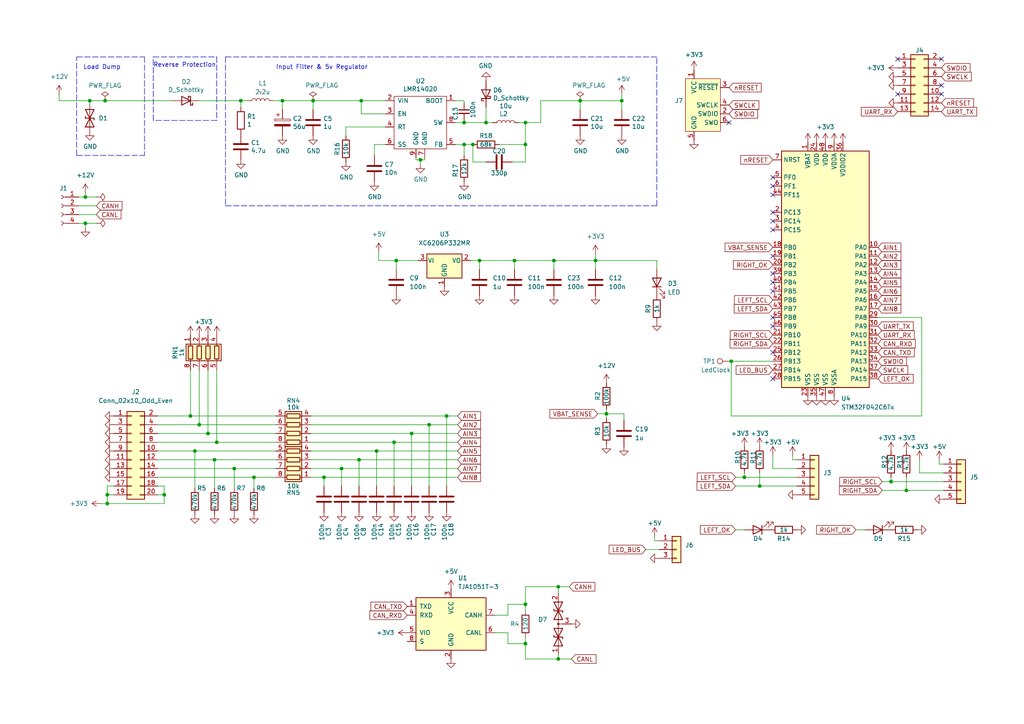
<source format=kicad_sch>
(kicad_sch (version 20211123) (generator eeschema)
  (paper "A4")
  (junction (at 90.805 29.21))
  (junction (at 109.22 130.81))
  (junction (at 160.655 75.565))
  (junction (at 124.46 123.19))
  (junction (at 24.765 57.15))
  (junction (at 258.445 139.7))
  (junction (at 99.06 135.89))
  (junction (at 180.34 29.21))
  (junction (at 31.115 143.51))
  (junction (at 212.09 104.775))
  (junction (at 161.925 170.18))
  (junction (at 55.245 120.65))
  (junction (at 149.225 75.565))
  (junction (at 119.38 125.73))
  (junction (at 114.3 128.27))
  (junction (at 93.98 138.43))
  (junction (at 60.325 125.73))
  (junction (at 152.4 35.56))
  (junction (at 26.035 29.21))
  (junction (at 168.275 29.21))
  (junction (at 69.85 29.21))
  (junction (at 67.945 135.89))
  (junction (at 104.775 29.21))
  (junction (at 57.785 123.19))
  (junction (at 134.62 41.91))
  (junction (at 104.14 133.35))
  (junction (at 129.54 120.65))
  (junction (at 81.915 29.21))
  (junction (at 134.62 35.56))
  (junction (at 62.23 133.35))
  (junction (at 152.4 175.26))
  (junction (at 175.895 120.015))
  (junction (at 220.345 140.97))
  (junction (at 62.865 128.27))
  (junction (at 31.115 146.05))
  (junction (at 139.065 75.565))
  (junction (at 152.4 41.91))
  (junction (at 152.4 186.69))
  (junction (at 114.935 75.565))
  (junction (at 172.72 75.565))
  (junction (at 30.48 29.21))
  (junction (at 215.9 138.43))
  (junction (at 56.515 130.81))
  (junction (at 121.92 46.355))
  (junction (at 47.625 143.51))
  (junction (at 161.925 191.135))
  (junction (at 73.66 138.43))
  (junction (at 24.765 64.77))
  (junction (at 262.89 142.24))
  (junction (at 140.97 35.56))
  (junction (at 137.16 41.91))
  (no_connect (at 211.455 35.56))
  (no_connect (at 260.35 17.145))
  (no_connect (at 273.05 17.145))
  (no_connect (at 260.35 27.305))
  (no_connect (at 273.05 24.765))
  (no_connect (at 273.05 27.305))
  (no_connect (at 224.155 51.435))
  (no_connect (at 224.155 66.675))
  (no_connect (at 224.155 64.135))
  (no_connect (at 224.155 61.595))
  (no_connect (at 224.155 56.515))
  (no_connect (at 224.155 53.975))
  (no_connect (at 224.155 102.235))
  (no_connect (at 224.155 94.615))
  (no_connect (at 224.155 92.075))
  (no_connect (at 224.155 81.915))
  (no_connect (at 224.155 79.375))
  (no_connect (at 224.155 74.295))
  (no_connect (at 224.155 84.455))
  (no_connect (at 224.155 109.855))
  (wire (pts (xy 175.895 118.745) (xy 175.895 120.015)))
  (polyline (pts (xy 190.5 59.69) (xy 190.5 16.51)))
  (wire (pts (xy 45.72 140.97) (xy 47.625 140.97)))
  (wire (pts (xy 215.9 137.16) (xy 215.9 138.43)))
  (wire (pts (xy 258.445 138.43) (xy 258.445 139.7)))
  (wire (pts (xy 134.62 41.91) (xy 137.16 41.91)))
  (wire (pts (xy 109.855 73.025) (xy 109.855 75.565)))
  (wire (pts (xy 67.945 135.89) (xy 80.01 135.89)))
  (wire (pts (xy 161.925 189.865) (xy 161.925 191.135)))
  (wire (pts (xy 31.115 143.51) (xy 31.115 146.05)))
  (wire (pts (xy 267.335 120.65) (xy 212.09 120.65)))
  (wire (pts (xy 33.02 143.51) (xy 31.115 143.51)))
  (wire (pts (xy 93.98 138.43) (xy 132.715 138.43)))
  (wire (pts (xy 17.145 29.21) (xy 26.035 29.21)))
  (wire (pts (xy 152.4 184.785) (xy 152.4 186.69)))
  (wire (pts (xy 180.34 29.21) (xy 180.34 31.75)))
  (polyline (pts (xy 65.405 16.51) (xy 65.405 59.69)))
  (wire (pts (xy 213.36 140.97) (xy 220.345 140.97)))
  (wire (pts (xy 152.4 186.69) (xy 147.32 186.69)))
  (wire (pts (xy 29.21 146.05) (xy 31.115 146.05)))
  (wire (pts (xy 57.785 29.21) (xy 69.85 29.21)))
  (polyline (pts (xy 44.45 34.925) (xy 44.45 16.51)))
  (wire (pts (xy 147.32 178.435) (xy 147.32 175.26)))
  (polyline (pts (xy 190.5 16.51) (xy 65.405 16.51)))
  (wire (pts (xy 119.38 125.73) (xy 119.38 140.97)))
  (wire (pts (xy 224.155 135.89) (xy 231.14 135.89)))
  (wire (pts (xy 140.97 35.56) (xy 142.875 35.56)))
  (wire (pts (xy 161.925 170.18) (xy 161.925 172.085)))
  (wire (pts (xy 81.915 29.21) (xy 90.805 29.21)))
  (wire (pts (xy 172.72 75.565) (xy 172.72 78.105)))
  (wire (pts (xy 129.54 120.65) (xy 132.715 120.65)))
  (wire (pts (xy 119.38 125.73) (xy 132.715 125.73)))
  (wire (pts (xy 90.17 130.81) (xy 109.22 130.81)))
  (wire (pts (xy 132.08 29.21) (xy 134.62 29.21)))
  (wire (pts (xy 150.495 35.56) (xy 152.4 35.56)))
  (wire (pts (xy 108.585 41.91) (xy 111.76 41.91)))
  (wire (pts (xy 47.625 146.05) (xy 47.625 143.51)))
  (wire (pts (xy 114.935 75.565) (xy 114.935 78.105)))
  (wire (pts (xy 93.98 138.43) (xy 90.17 138.43)))
  (wire (pts (xy 24.765 66.04) (xy 24.765 64.77)))
  (wire (pts (xy 175.895 120.015) (xy 175.895 121.285)))
  (wire (pts (xy 168.275 29.21) (xy 168.275 31.75)))
  (wire (pts (xy 220.345 137.16) (xy 220.345 140.97)))
  (wire (pts (xy 114.3 128.27) (xy 132.715 128.27)))
  (wire (pts (xy 189.865 156.845) (xy 191.135 156.845)))
  (wire (pts (xy 152.4 46.99) (xy 148.59 46.99)))
  (wire (pts (xy 47.625 140.97) (xy 47.625 143.51)))
  (wire (pts (xy 69.85 29.21) (xy 69.85 31.115)))
  (wire (pts (xy 152.4 41.91) (xy 152.4 46.99)))
  (wire (pts (xy 62.23 133.35) (xy 80.01 133.35)))
  (wire (pts (xy 45.72 138.43) (xy 73.66 138.43)))
  (wire (pts (xy 109.22 130.81) (xy 109.22 140.97)))
  (wire (pts (xy 73.66 138.43) (xy 80.01 138.43)))
  (wire (pts (xy 79.375 29.21) (xy 81.915 29.21)))
  (wire (pts (xy 134.62 34.925) (xy 134.62 35.56)))
  (wire (pts (xy 104.14 140.97) (xy 104.14 133.35)))
  (wire (pts (xy 267.335 92.075) (xy 267.335 120.65)))
  (wire (pts (xy 93.98 140.97) (xy 93.98 138.43)))
  (wire (pts (xy 109.22 130.81) (xy 132.715 130.81)))
  (wire (pts (xy 45.72 135.89) (xy 67.945 135.89)))
  (wire (pts (xy 262.89 142.24) (xy 273.685 142.24)))
  (wire (pts (xy 17.145 27.305) (xy 17.145 29.21)))
  (wire (pts (xy 134.62 29.21) (xy 134.62 29.845)))
  (wire (pts (xy 229.87 133.35) (xy 231.14 133.35)))
  (wire (pts (xy 144.78 41.91) (xy 152.4 41.91)))
  (wire (pts (xy 254.635 92.075) (xy 267.335 92.075)))
  (wire (pts (xy 272.415 133.35) (xy 272.415 134.62)))
  (wire (pts (xy 140.97 31.115) (xy 140.97 35.56)))
  (wire (pts (xy 90.17 125.73) (xy 119.38 125.73)))
  (wire (pts (xy 60.325 125.73) (xy 45.72 125.73)))
  (wire (pts (xy 80.01 125.73) (xy 60.325 125.73)))
  (wire (pts (xy 24.765 57.15) (xy 27.94 57.15)))
  (wire (pts (xy 220.345 140.97) (xy 231.14 140.97)))
  (wire (pts (xy 173.355 120.015) (xy 175.895 120.015)))
  (polyline (pts (xy 22.225 16.51) (xy 41.91 16.51)))
  (wire (pts (xy 24.765 55.88) (xy 24.765 57.15)))
  (wire (pts (xy 212.09 104.775) (xy 224.155 104.775)))
  (wire (pts (xy 55.245 107.315) (xy 55.245 120.65)))
  (wire (pts (xy 55.245 120.65) (xy 45.72 120.65)))
  (polyline (pts (xy 44.45 16.51) (xy 62.865 16.51)))
  (wire (pts (xy 57.785 107.315) (xy 57.785 123.19)))
  (wire (pts (xy 114.3 128.27) (xy 90.17 128.27)))
  (wire (pts (xy 90.805 29.21) (xy 104.775 29.21)))
  (wire (pts (xy 30.48 29.21) (xy 26.035 29.21)))
  (wire (pts (xy 67.945 135.89) (xy 67.945 141.605)))
  (wire (pts (xy 149.225 78.105) (xy 149.225 75.565)))
  (wire (pts (xy 104.14 133.35) (xy 90.17 133.35)))
  (wire (pts (xy 143.51 178.435) (xy 147.32 178.435)))
  (polyline (pts (xy 62.865 34.925) (xy 44.45 34.925)))
  (wire (pts (xy 140.97 46.99) (xy 137.16 46.99)))
  (wire (pts (xy 80.01 120.65) (xy 55.245 120.65)))
  (wire (pts (xy 57.785 123.19) (xy 45.72 123.19)))
  (wire (pts (xy 56.515 130.81) (xy 80.01 130.81)))
  (wire (pts (xy 147.32 186.69) (xy 147.32 183.515)))
  (wire (pts (xy 62.865 107.315) (xy 62.865 128.27)))
  (wire (pts (xy 31.115 140.97) (xy 31.115 143.51)))
  (wire (pts (xy 100.33 36.83) (xy 111.76 36.83)))
  (wire (pts (xy 24.765 64.77) (xy 27.94 64.77)))
  (polyline (pts (xy 22.225 45.085) (xy 41.91 45.085)))
  (wire (pts (xy 104.775 33.02) (xy 111.76 33.02)))
  (wire (pts (xy 229.87 132.08) (xy 229.87 133.35)))
  (wire (pts (xy 189.865 155.575) (xy 189.865 156.845)))
  (wire (pts (xy 124.46 140.97) (xy 124.46 123.19)))
  (wire (pts (xy 272.415 134.62) (xy 273.685 134.62)))
  (wire (pts (xy 69.85 29.21) (xy 71.755 29.21)))
  (wire (pts (xy 24.765 64.77) (xy 22.86 64.77)))
  (wire (pts (xy 80.01 123.19) (xy 57.785 123.19)))
  (polyline (pts (xy 62.865 16.51) (xy 62.865 34.925)))
  (wire (pts (xy 99.06 135.89) (xy 132.715 135.89)))
  (wire (pts (xy 109.855 75.565) (xy 114.935 75.565)))
  (wire (pts (xy 266.7 137.16) (xy 273.685 137.16)))
  (wire (pts (xy 152.4 41.91) (xy 152.4 35.56)))
  (wire (pts (xy 114.935 75.565) (xy 121.285 75.565)))
  (wire (pts (xy 99.06 135.89) (xy 99.06 140.97)))
  (wire (pts (xy 123.19 46.355) (xy 123.19 45.72)))
  (wire (pts (xy 90.17 135.89) (xy 99.06 135.89)))
  (wire (pts (xy 47.625 143.51) (xy 45.72 143.51)))
  (wire (pts (xy 132.08 35.56) (xy 134.62 35.56)))
  (wire (pts (xy 90.805 31.75) (xy 90.805 29.21)))
  (wire (pts (xy 62.23 133.35) (xy 62.23 141.605)))
  (wire (pts (xy 45.72 133.35) (xy 62.23 133.35)))
  (wire (pts (xy 45.72 130.81) (xy 56.515 130.81)))
  (wire (pts (xy 129.54 120.65) (xy 129.54 140.97)))
  (wire (pts (xy 152.4 170.18) (xy 161.925 170.18)))
  (wire (pts (xy 26.035 29.21) (xy 26.035 30.48)))
  (wire (pts (xy 190.5 78.105) (xy 190.5 75.565)))
  (wire (pts (xy 172.72 73.66) (xy 172.72 75.565)))
  (wire (pts (xy 250.825 153.67) (xy 248.285 153.67)))
  (wire (pts (xy 224.155 132.08) (xy 224.155 135.89)))
  (wire (pts (xy 124.46 123.19) (xy 132.715 123.19)))
  (wire (pts (xy 147.32 183.515) (xy 143.51 183.515)))
  (polyline (pts (xy 41.91 16.51) (xy 41.91 45.085)))
  (wire (pts (xy 152.4 175.26) (xy 152.4 170.18)))
  (wire (pts (xy 121.92 46.355) (xy 123.19 46.355)))
  (wire (pts (xy 108.585 45.085) (xy 108.585 41.91)))
  (wire (pts (xy 60.325 107.315) (xy 60.325 125.73)))
  (wire (pts (xy 161.925 170.18) (xy 165.1 170.18)))
  (wire (pts (xy 160.655 75.565) (xy 172.72 75.565)))
  (wire (pts (xy 114.3 128.27) (xy 114.3 140.97)))
  (wire (pts (xy 137.16 46.99) (xy 137.16 41.91)))
  (wire (pts (xy 161.925 191.135) (xy 165.735 191.135)))
  (wire (pts (xy 104.775 29.21) (xy 111.76 29.21)))
  (wire (pts (xy 149.225 75.565) (xy 139.065 75.565)))
  (wire (pts (xy 147.32 175.26) (xy 152.4 175.26)))
  (wire (pts (xy 104.775 29.21) (xy 104.775 33.02)))
  (wire (pts (xy 180.34 27.305) (xy 180.34 29.21)))
  (wire (pts (xy 90.17 120.65) (xy 129.54 120.65)))
  (wire (pts (xy 168.275 29.21) (xy 180.34 29.21)))
  (wire (pts (xy 156.845 29.21) (xy 168.275 29.21)))
  (wire (pts (xy 132.08 41.91) (xy 134.62 41.91)))
  (wire (pts (xy 139.065 75.565) (xy 139.065 78.105)))
  (wire (pts (xy 56.515 130.81) (xy 56.515 141.605)))
  (wire (pts (xy 215.9 153.67) (xy 213.36 153.67)))
  (wire (pts (xy 213.36 138.43) (xy 215.9 138.43)))
  (wire (pts (xy 22.86 62.23) (xy 27.94 62.23)))
  (wire (pts (xy 90.17 123.19) (xy 124.46 123.19)))
  (wire (pts (xy 160.655 78.105) (xy 160.655 75.565)))
  (wire (pts (xy 120.65 46.355) (xy 121.92 46.355)))
  (wire (pts (xy 73.66 138.43) (xy 73.66 141.605)))
  (wire (pts (xy 149.225 75.565) (xy 160.655 75.565)))
  (wire (pts (xy 31.115 146.05) (xy 47.625 146.05)))
  (wire (pts (xy 152.4 191.135) (xy 152.4 186.69)))
  (wire (pts (xy 33.02 140.97) (xy 31.115 140.97)))
  (wire (pts (xy 156.845 35.56) (xy 156.845 29.21)))
  (wire (pts (xy 175.895 120.015) (xy 180.975 120.015)))
  (wire (pts (xy 190.5 75.565) (xy 172.72 75.565)))
  (wire (pts (xy 120.65 45.72) (xy 120.65 46.355)))
  (wire (pts (xy 255.905 139.7) (xy 258.445 139.7)))
  (wire (pts (xy 258.445 139.7) (xy 273.685 139.7)))
  (wire (pts (xy 180.975 120.015) (xy 180.975 121.92)))
  (wire (pts (xy 161.925 191.135) (xy 152.4 191.135)))
  (wire (pts (xy 81.915 29.21) (xy 81.915 31.75)))
  (wire (pts (xy 152.4 175.26) (xy 152.4 177.165)))
  (wire (pts (xy 212.09 120.65) (xy 212.09 104.775)))
  (wire (pts (xy 215.9 138.43) (xy 231.14 138.43)))
  (wire (pts (xy 255.905 142.24) (xy 262.89 142.24)))
  (wire (pts (xy 262.89 138.43) (xy 262.89 142.24)))
  (wire (pts (xy 100.33 39.37) (xy 100.33 36.83)))
  (polyline (pts (xy 65.405 59.69) (xy 190.5 59.69)))
  (wire (pts (xy 121.92 47.625) (xy 121.92 46.355)))
  (wire (pts (xy 104.14 133.35) (xy 132.715 133.35)))
  (wire (pts (xy 22.86 59.69) (xy 27.94 59.69)))
  (wire (pts (xy 187.325 159.385) (xy 191.135 159.385)))
  (wire (pts (xy 24.765 57.15) (xy 22.86 57.15)))
  (wire (pts (xy 152.4 35.56) (xy 156.845 35.56)))
  (polyline (pts (xy 22.225 45.085) (xy 22.225 16.51)))
  (wire (pts (xy 136.525 75.565) (xy 139.065 75.565)))
  (wire (pts (xy 62.865 128.27) (xy 45.72 128.27)))
  (wire (pts (xy 50.165 29.21) (xy 30.48 29.21)))
  (wire (pts (xy 266.7 133.35) (xy 266.7 137.16)))
  (wire (pts (xy 134.62 41.91) (xy 134.62 45.085)))
  (wire (pts (xy 134.62 35.56) (xy 140.97 35.56)))
  (wire (pts (xy 80.01 128.27) (xy 62.865 128.27)))
  (text "Input Filter & 5v Regulator" (at 80.01 20.32 0) (effects (font (size 1.27 1.27)) (justify left bottom)))
  (text "Load Dump" (at 24.13 20.32 0) (effects (font (size 1.27 1.27)) (justify left bottom)))
  (text "Reverse Protection" (at 44.45 19.685 0) (effects (font (size 1.27 1.27)) (justify left bottom)))
  (global_label "AIN1" (shape input) (at 254.635 71.755 0) (property "Intersheet References" "${INTERSHEET_REFS}" (effects hide)))
  (global_label "AIN4" (shape input) (at 132.715 128.27 0) (property "Intersheet References" "${INTERSHEET_REFS}" (effects hide)))
  (global_label "VBAT_SENSE" (shape input) (at 173.355 120.015 180) (property "Intersheet References" "${INTERSHEET_REFS}" (effects hide)))
  (global_label "AIN8" (shape input) (at 254.635 89.535 0) (property "Intersheet References" "${INTERSHEET_REFS}" (effects hide)))
  (global_label "RIGHT_SDA" (shape input) (at 255.905 142.24 180) (property "Intersheet References" "${INTERSHEET_REFS}" (effects hide)))
  (global_label "CANL" (shape input) (at 165.735 191.135 0) (property "Intersheet References" "${INTERSHEET_REFS}" (effects hide)))
  (global_label "AIN1" (shape input) (at 132.715 120.65 0) (property "Intersheet References" "${INTERSHEET_REFS}" (effects hide)))
  (global_label "AIN2" (shape input) (at 132.715 123.19 0) (property "Intersheet References" "${INTERSHEET_REFS}" (effects hide)))
  (global_label "UART_TX" (shape input) (at 273.05 32.385 0) (property "Intersheet References" "${INTERSHEET_REFS}" (effects hide)))
  (global_label "AIN5" (shape input) (at 132.715 130.81 0) (property "Intersheet References" "${INTERSHEET_REFS}" (effects hide)))
  (global_label "AIN3" (shape input) (at 132.715 125.73 0) (property "Intersheet References" "${INTERSHEET_REFS}" (effects hide)))
  (global_label "LEFT_SCL" (shape input) (at 224.155 86.995 180) (property "Intersheet References" "${INTERSHEET_REFS}" (effects hide)))
  (global_label "RIGHT_SDA" (shape input) (at 224.155 99.695 180) (property "Intersheet References" "${INTERSHEET_REFS}" (effects hide)))
  (global_label "LEFT_SCL" (shape input) (at 213.36 138.43 180) (property "Intersheet References" "${INTERSHEET_REFS}" (effects hide)))
  (global_label "AIN6" (shape input) (at 254.635 84.455 0) (property "Intersheet References" "${INTERSHEET_REFS}" (effects hide)))
  (global_label "CANH" (shape input) (at 165.1 170.18 0) (property "Intersheet References" "${INTERSHEET_REFS}" (effects hide)))
  (global_label "SWCLK" (shape input) (at 273.05 22.225 0) (property "Intersheet References" "${INTERSHEET_REFS}" (effects hide)))
  (global_label "AIN8" (shape input) (at 132.715 138.43 0) (property "Intersheet References" "${INTERSHEET_REFS}" (effects hide)))
  (global_label "RIGHT_SCL" (shape input) (at 255.905 139.7 180) (property "Intersheet References" "${INTERSHEET_REFS}" (effects hide)))
  (global_label "AIN7" (shape input) (at 132.715 135.89 0) (property "Intersheet References" "${INTERSHEET_REFS}" (effects hide)))
  (global_label "UART_RX" (shape input) (at 254.635 97.155 0) (property "Intersheet References" "${INTERSHEET_REFS}" (effects hide)))
  (global_label "LEFT_SDA" (shape input) (at 213.36 140.97 180) (property "Intersheet References" "${INTERSHEET_REFS}" (effects hide)))
  (global_label "CANL" (shape input) (at 27.94 62.23 0) (property "Intersheet References" "${INTERSHEET_REFS}" (effects hide)))
  (global_label "LEFT_OK" (shape input) (at 254.635 109.855 0) (property "Intersheet References" "${INTERSHEET_REFS}" (effects hide)))
  (global_label "nRESET" (shape input) (at 211.455 25.4 0) (property "Intersheet References" "${INTERSHEET_REFS}" (effects hide)))
  (global_label "VBAT_SENSE" (shape input) (at 224.155 71.755 180) (property "Intersheet References" "${INTERSHEET_REFS}" (effects hide)))
  (global_label "SWDIO" (shape input) (at 211.455 33.02 0) (property "Intersheet References" "${INTERSHEET_REFS}" (effects hide)))
  (global_label "AIN4" (shape input) (at 254.635 79.375 0) (property "Intersheet References" "${INTERSHEET_REFS}" (effects hide)))
  (global_label "UART_RX" (shape input) (at 260.35 32.385 180) (property "Intersheet References" "${INTERSHEET_REFS}" (effects hide)))
  (global_label "CAN_TXD" (shape input) (at 254.635 102.235 0) (property "Intersheet References" "${INTERSHEET_REFS}" (effects hide)))
  (global_label "AIN2" (shape input) (at 254.635 74.295 0) (property "Intersheet References" "${INTERSHEET_REFS}" (effects hide)))
  (global_label "nRESET" (shape input) (at 224.155 46.355 180) (property "Intersheet References" "${INTERSHEET_REFS}" (effects hide)))
  (global_label "SWDIO" (shape input) (at 254.635 104.775 0) (property "Intersheet References" "${INTERSHEET_REFS}" (effects hide)))
  (global_label "SWDIO" (shape input) (at 273.05 19.685 0) (property "Intersheet References" "${INTERSHEET_REFS}" (effects hide)))
  (global_label "CAN_RXD" (shape input) (at 254.635 99.695 0) (property "Intersheet References" "${INTERSHEET_REFS}" (effects hide)))
  (global_label "RIGHT_SCL" (shape input) (at 224.155 97.155 180) (property "Intersheet References" "${INTERSHEET_REFS}" (effects hide)))
  (global_label "CANH" (shape input) (at 27.94 59.69 0) (property "Intersheet References" "${INTERSHEET_REFS}" (effects hide)))
  (global_label "nRESET" (shape input) (at 273.05 29.845 0) (property "Intersheet References" "${INTERSHEET_REFS}" (effects hide)))
  (global_label "SWCLK" (shape input) (at 211.455 30.48 0) (property "Intersheet References" "${INTERSHEET_REFS}" (effects hide)))
  (global_label "LED_BUS" (shape input) (at 224.155 107.315 180) (property "Intersheet References" "${INTERSHEET_REFS}" (effects hide)))
  (global_label "LEFT_SDA" (shape input) (at 224.155 89.535 180) (property "Intersheet References" "${INTERSHEET_REFS}" (effects hide)))
  (global_label "CAN_TXD" (shape input) (at 118.11 175.895 180) (property "Intersheet References" "${INTERSHEET_REFS}" (effects hide)))
  (global_label "RIGHT_OK" (shape input) (at 248.285 153.67 180) (property "Intersheet References" "${INTERSHEET_REFS}" (effects hide)))
  (global_label "LEFT_OK" (shape input) (at 213.36 153.67 180) (property "Intersheet References" "${INTERSHEET_REFS}" (effects hide)))
  (global_label "UART_TX" (shape input) (at 254.635 94.615 0) (property "Intersheet References" "${INTERSHEET_REFS}" (effects hide)))
  (global_label "AIN6" (shape input) (at 132.715 133.35 0) (property "Intersheet References" "${INTERSHEET_REFS}" (effects hide)))
  (global_label "AIN7" (shape input) (at 254.635 86.995 0) (property "Intersheet References" "${INTERSHEET_REFS}" (effects hide)))
  (global_label "AIN3" (shape input) (at 254.635 76.835 0) (property "Intersheet References" "${INTERSHEET_REFS}" (effects hide)))
  (global_label "SWCLK" (shape input) (at 254.635 107.315 0) (property "Intersheet References" "${INTERSHEET_REFS}" (effects hide)))
  (global_label "AIN5" (shape input) (at 254.635 81.915 0) (property "Intersheet References" "${INTERSHEET_REFS}" (effects hide)))
  (global_label "CAN_RXD" (shape input) (at 118.11 178.435 180) (property "Intersheet References" "${INTERSHEET_REFS}" (effects hide)))
  (global_label "RIGHT_OK" (shape input) (at 224.155 76.835 180) (property "Intersheet References" "${INTERSHEET_REFS}" (effects hide)))
  (global_label "LED_BUS" (shape input) (at 187.325 159.385 180) (property "Intersheet References" "${INTERSHEET_REFS}" (effects hide)))
  (symbol (lib_id "power:GND") (at 260.35 24.765 270) (unit 1)
    (property "Reference" "#PWR0168" (effects hide))
    (property "Value" "GND" (effects hide))
  )
  (symbol (lib_id "power:+12V") (at 17.145 27.305 0) (unit 1)
    (property "Reference" "#PWR0126" (effects hide))
    (property "Value" "+12V" (at 17.145 22.225 0))
  )
  (symbol (lib_id "Connector:TestPoint") (at 212.09 104.775 90) (unit 1)
    (property "Reference" "TP1" (at 205.74 104.775 90))
    (property "Value" "LedClock" (at 207.645 107.315 90))
    (property "Footprint" "TestPoint:TestPoint_Pad_1.5x1.5mm" (effects hide))
  )
  (symbol (lib_id "power:PWR_FLAG") (at 27.94 57.15 270) (unit 1)
    (property "Reference" "#FLG0101" (effects hide))
    (property "Value" "PWR_FLAG" (effects hide))
  )
  (symbol (lib_id "Connector_Generic:Conn_01x03") (at 196.215 159.385 0) (unit 1)
    (property "Reference" "J6" (at 198.755 158.1149 0) (effects (justify left)))
    (property "Value" "Conn_01x03" (effects hide))
    (property "Footprint" "Connector_JST:JST_XH_B3B-XH-A_1x03_P2.50mm_Vertical" (effects hide))
  )
  (symbol (lib_id "Device:D_TVS") (at 26.035 34.29 90) (unit 1)
    (property "Reference" "D1" (at 28.575 34.2899 90) (effects (justify right)))
    (property "Value" "SMBJ24CA" (effects hide))
    (property "Footprint" "Diode_SMD:D_SMB" (effects hide))
    (property "LCSC" "C78416" (effects hide))
  )
  (symbol (lib_id "Device:R_Pack04") (at 85.09 123.19 90) (unit 1)
    (property "Reference" "RN4" (at 85.09 116.205 90))
    (property "Value" "10k" (at 85.09 118.11 90))
    (property "Footprint" "Resistor_SMD:R_Array_Convex_4x0603" (effects hide))
    (property "LCSC" "C29718" (effects hide))
  )
  (symbol (lib_id "Device:C") (at 114.3 144.78 0) (unit 1)
    (property "Reference" "C15" (at 115.57 155.575 90) (effects (justify left)))
    (property "Value" "100n" (at 113.665 156.845 90) (effects (justify left)))
    (property "Footprint" "Capacitor_SMD:C_0603_1608Metric" (effects hide))
    (property "LCSC" "C14663" (effects hide))
  )
  (symbol (lib_id "Device:R") (at 152.4 180.975 0) (unit 1)
    (property "Reference" "R4" (at 147.955 180.975 0) (effects (justify left)))
    (property "Value" "120" (at 152.4 182.88 90) (effects (justify left)))
    (property "Footprint" "Resistor_SMD:R_0805_2012Metric" (effects hide))
    (property "LCSC" "C17437" (effects hide))
  )
  (symbol (lib_id "power:GND") (at 33.02 135.89 270) (unit 1)
    (property "Reference" "#PWR0147" (effects hide))
    (property "Value" "GND" (effects hide))
  )
  (symbol (lib_id "power:+3.3V") (at 57.785 97.155 0) (unit 1)
    (property "Reference" "#PWR0138" (effects hide))
    (property "Value" "+3.3V" (effects hide))
  )
  (symbol (lib_id "Interface_CAN_LIN:TJA1051T-3") (at 130.81 180.975 0) (unit 1)
    (property "Reference" "U1" (at 132.8294 167.64 0) (effects (justify left)))
    (property "Value" "TJA1051T-3" (at 132.8294 170.18 0) (effects (justify left)))
    (property "Footprint" "Package_SO:SOIC-8_3.9x4.9mm_P1.27mm" (effects hide))
    (property "Datasheet" "http://www.nxp.com/documents/data_sheet/TJA1051.pdf" (effects hide))
    (property "LCSC" "C38695" (effects hide))
  )
  (symbol (lib_id "power:GND") (at 140.97 23.495 180) (unit 1)
    (property "Reference" "#PWR09" (effects hide))
    (property "Value" "GND" (at 140.843 19.1008 0))
  )
  (symbol (lib_id "Device:C") (at 139.065 81.915 0) (unit 1)
    (property "Reference" "C10" (at 142.875 80.6449 0) (effects (justify left)))
    (property "Value" "1u" (at 142.875 83.1849 0) (effects (justify left)))
    (property "Footprint" "Capacitor_SMD:C_0603_1608Metric" (effects hide))
    (property "LCSC" "C15849" (effects hide))
  )
  (symbol (lib_id "power:GND") (at 100.33 46.99 0) (unit 1)
    (property "Reference" "#PWR05" (effects hide))
    (property "Value" "GND" (at 100.457 51.3842 0))
  )
  (symbol (lib_id "power:+5V") (at 229.87 132.08 0) (unit 1)
    (property "Reference" "#PWR0178" (effects hide))
    (property "Value" "+5V" (at 229.87 128.27 0))
  )
  (symbol (lib_id "Device:C") (at 114.935 81.915 0) (unit 1)
    (property "Reference" "C9" (at 118.745 80.6449 0) (effects (justify left)))
    (property "Value" "100n" (at 118.745 83.1849 0) (effects (justify left)))
    (property "Footprint" "Capacitor_SMD:C_0603_1608Metric" (effects hide))
    (property "LCSC" "C14663" (effects hide))
  )
  (symbol (lib_id "Device:R") (at 190.5 89.535 180) (unit 1)
    (property "Reference" "R9" (at 187.96 89.535 90))
    (property "Value" "1k" (at 190.5 89.535 90))
    (property "Footprint" "Resistor_SMD:R_0603_1608Metric" (effects hide))
    (property "LCSC" "C21190" (effects hide))
  )
  (symbol (lib_id "power:+3.3V") (at 220.345 129.54 0) (unit 1)
    (property "Reference" "#PWR0134" (effects hide))
    (property "Value" "+3.3V" (at 220.345 125.73 0))
  )
  (symbol (lib_id "power:GND") (at 119.38 148.59 0) (unit 1)
    (property "Reference" "#PWR0157" (effects hide))
    (property "Value" "GND" (effects hide))
  )
  (symbol (lib_id "power:GND") (at 33.02 138.43 270) (unit 1)
    (property "Reference" "#PWR0148" (effects hide))
    (property "Value" "GND" (effects hide))
  )
  (symbol (lib_id "Connector:Conn_ARM_SWD_TagConnect_TC2030-NL") (at 203.835 30.48 0) (unit 1)
    (property "Reference" "J7" (at 198.12 29.2099 0) (effects (justify right)))
    (property "Value" "Conn_ARM_SWD_TagConnect_TC2030-NL" (effects hide))
    (property "Footprint" "Connector:Tag-Connect_TC2030-IDC-NL_2x03_P1.27mm_Vertical" (effects hide))
    (property "Datasheet" "https://www.tag-connect.com/wp-content/uploads/bsk-pdf-manager/TC2030-CTX_1.pdf" (effects hide))
  )
  (symbol (lib_id "power:+3.3V") (at 201.295 20.32 0) (unit 1)
    (property "Reference" "#PWR0154" (effects hide))
    (property "Value" "+3.3V" (at 201.295 15.875 0))
  )
  (symbol (lib_id "Device:C") (at 124.46 144.78 0) (unit 1)
    (property "Reference" "C17" (at 125.73 155.575 90) (effects (justify left)))
    (property "Value" "100n" (at 123.825 156.845 90) (effects (justify left)))
    (property "Footprint" "Capacitor_SMD:C_0603_1608Metric" (effects hide))
    (property "LCSC" "C14663" (effects hide))
  )
  (symbol (lib_id "power:GND") (at 201.295 40.64 0) (unit 1)
    (property "Reference" "#PWR0153" (effects hide))
    (property "Value" "GND" (effects hide))
  )
  (symbol (lib_id "power:GND") (at 67.945 149.225 0) (unit 1)
    (property "Reference" "#PWR0149" (effects hide))
    (property "Value" "GND" (effects hide))
  )
  (symbol (lib_id "Device:R") (at 175.895 114.935 0) (unit 1)
    (property "Reference" "R2" (at 173.355 116.205 90) (effects (justify left)))
    (property "Value" "100k" (at 175.895 117.475 90) (effects (justify left)))
    (property "Footprint" "Resistor_SMD:R_0603_1608Metric" (effects hide))
    (property "LCSC" "C25803" (effects hide))
  )
  (symbol (lib_id "power:GND") (at 109.22 148.59 0) (unit 1)
    (property "Reference" "#PWR0161" (effects hide))
    (property "Value" "GND" (effects hide))
  )
  (symbol (lib_id "power:GND") (at 160.655 85.725 0) (unit 1)
    (property "Reference" "#PWR0127" (effects hide))
    (property "Value" "GND" (effects hide))
  )
  (symbol (lib_id "Device:R") (at 69.85 34.925 0) (unit 1)
    (property "Reference" "R1" (at 71.628 33.7566 0) (effects (justify left)))
    (property "Value" "1" (at 71.628 36.068 0) (effects (justify left)))
    (property "Footprint" "Resistor_SMD:R_0402_1005Metric" (effects hide))
    (property "LCSC" "C25086" (effects hide))
    (property "LCSC_ext" "0" (effects hide))
  )
  (symbol (lib_id "power:GND") (at 260.35 29.845 270) (unit 1)
    (property "Reference" "#PWR0167" (effects hide))
    (property "Value" "GND" (effects hide))
  )
  (symbol (lib_id "power:GND") (at 108.585 52.705 0) (unit 1)
    (property "Reference" "#PWR06" (effects hide))
    (property "Value" "GND" (at 108.712 57.0992 0))
  )
  (symbol (lib_id "power:GND") (at 33.02 130.81 270) (unit 1)
    (property "Reference" "#PWR0146" (effects hide))
    (property "Value" "GND" (effects hide))
  )
  (symbol (lib_id "power:GND") (at 33.02 123.19 270) (unit 1)
    (property "Reference" "#PWR0143" (effects hide))
    (property "Value" "GND" (effects hide))
  )
  (symbol (lib_id "power:GND") (at 56.515 149.225 0) (unit 1)
    (property "Reference" "#PWR0136" (effects hide))
    (property "Value" "GND" (effects hide))
  )
  (symbol (lib_id "power:GND") (at 128.905 83.185 0) (unit 1)
    (property "Reference" "#PWR0128" (effects hide))
    (property "Value" "GND" (effects hide))
  )
  (symbol (lib_id "Device:R_Pack04") (at 60.325 102.235 0) (mirror x) (unit 1)
    (property "Reference" "RN1" (at 50.8 102.235 90))
    (property "Value" "1k" (at 52.705 102.235 90))
    (property "Footprint" "Resistor_SMD:R_Array_Convex_4x0603" (effects hide))
  )
  (symbol (lib_id "power:GND") (at 124.46 148.59 0) (unit 1)
    (property "Reference" "#PWR0156" (effects hide))
    (property "Value" "GND" (effects hide))
  )
  (symbol (lib_id "Device:C") (at 109.22 144.78 0) (unit 1)
    (property "Reference" "C14" (at 110.49 155.575 90) (effects (justify left)))
    (property "Value" "100n" (at 108.585 156.845 90) (effects (justify left)))
    (property "Footprint" "Capacitor_SMD:C_0603_1608Metric" (effects hide))
    (property "LCSC" "C14663" (effects hide))
  )
  (symbol (lib_id "power:GND") (at 114.935 85.725 0) (unit 1)
    (property "Reference" "#PWR0124" (effects hide))
    (property "Value" "GND" (effects hide))
  )
  (symbol (lib_id "power:+3.3V") (at 172.72 73.66 0) (unit 1)
    (property "Reference" "#PWR0110" (effects hide))
    (property "Value" "+3.3V" (at 172.72 68.58 0))
  )
  (symbol (lib_id "Regulator_Linear:XC6206PxxxMR") (at 128.905 75.565 0) (unit 1)
    (property "Reference" "U3" (at 128.905 67.945 0))
    (property "Value" "XC6206P332MR" (at 128.905 70.485 0))
    (property "Footprint" "Package_TO_SOT_SMD:SOT-23" (effects hide))
    (property "Datasheet" "https://www.torexsemi.com/file/xc6206/XC6206.pdf" (effects hide))
    (property "LCSC" "C5446" (effects hide))
  )
  (symbol (lib_id "power:GND") (at 24.765 66.04 0) (unit 1)
    (property "Reference" "#PWR0131" (effects hide))
    (property "Value" "GND" (effects hide))
  )
  (symbol (lib_id "power:GND") (at 134.62 52.705 0) (unit 1)
    (property "Reference" "#PWR08" (effects hide))
    (property "Value" "GND" (at 134.747 57.0992 0))
  )
  (symbol (lib_id "Connector_Generic:Conn_02x10_Odd_Even") (at 38.1 130.81 0) (unit 1)
    (property "Reference" "J2" (at 39.37 113.665 0))
    (property "Value" "Conn_02x10_Odd_Even" (at 39.37 116.205 0))
    (property "Footprint" "Connector_PinHeader_2.00mm:PinHeader_2x10_P2.00mm_Vertical" (effects hide))
  )
  (symbol (lib_id "Device:R") (at 262.255 153.67 270) (unit 1)
    (property "Reference" "R15" (at 262.255 156.21 90))
    (property "Value" "1k" (at 262.255 153.67 90))
    (property "Footprint" "Resistor_SMD:R_0603_1608Metric" (effects hide))
    (property "LCSC" "C21190" (effects hide))
  )
  (symbol (lib_id "Connector:Conn_01x04_Female") (at 17.78 59.69 0) (mirror y) (unit 1)
    (property "Reference" "J1" (at 18.415 54.61 0))
    (property "Value" "Conn_01x04_Female" (effects hide))
    (property "Footprint" "Connector_JST:JST_XH_B4B-XH-A_1x04_P2.50mm_Vertical" (effects hide))
  )
  (symbol (lib_id "Device:R") (at 258.445 134.62 0) (unit 1)
    (property "Reference" "R12" (at 256.54 135.89 90) (effects (justify left)))
    (property "Value" "4.7k" (at 258.445 136.525 90) (effects (justify left)))
    (property "Footprint" "Resistor_SMD:R_0603_1608Metric" (effects hide))
  )
  (symbol (lib_id "Device:R") (at 100.33 43.18 180) (unit 1)
    (property "Reference" "R16" (at 97.79 43.18 90))
    (property "Value" "10k" (at 100.33 43.18 90))
    (property "Footprint" "Resistor_SMD:R_0603_1608Metric" (effects hide))
    (property "LCSC" "C25804" (effects hide))
  )
  (symbol (lib_id "power:GND") (at 26.035 38.1 0) (unit 1)
    (property "Reference" "#PWR01" (effects hide))
    (property "Value" "GND" (at 26.162 42.4942 0))
  )
  (symbol (lib_id "power:GND") (at 93.98 148.59 0) (unit 1)
    (property "Reference" "#PWR0155" (effects hide))
    (property "Value" "GND" (effects hide))
  )
  (symbol (lib_id "power:GND") (at 165.735 180.975 90) (unit 1)
    (property "Reference" "#PWR0115" (effects hide))
    (property "Value" "GND" (effects hide))
  )
  (symbol (lib_id "power:PWR_FLAG") (at 27.94 64.77 270) (unit 1)
    (property "Reference" "#FLG0102" (effects hide))
    (property "Value" "PWR_FLAG" (effects hide))
  )
  (symbol (lib_id "Device:R") (at 56.515 145.415 0) (unit 1)
    (property "Reference" "R5" (at 57.15 141.605 0) (effects (justify left)))
    (property "Value" "470k" (at 56.515 147.955 90) (effects (justify left)))
    (property "Footprint" "Resistor_SMD:R_0402_1005Metric" (effects hide))
  )
  (symbol (lib_id "power:+3.3V") (at 258.445 130.81 0) (unit 1)
    (property "Reference" "#PWR0120" (effects hide))
    (property "Value" "+3.3V" (at 257.175 127 0))
  )
  (symbol (lib_id "Device:R") (at 227.33 153.67 270) (unit 1)
    (property "Reference" "R14" (at 227.33 156.21 90))
    (property "Value" "1k" (at 227.33 153.67 90))
    (property "Footprint" "Resistor_SMD:R_0603_1608Metric" (effects hide))
    (property "LCSC" "C21190" (effects hide))
  )
  (symbol (lib_id "power:GND") (at 104.14 148.59 0) (unit 1)
    (property "Reference" "#PWR0162" (effects hide))
    (property "Value" "GND" (effects hide))
  )
  (symbol (lib_id "Device:C") (at 180.34 35.56 0) (unit 1)
    (property "Reference" "C22" (at 183.261 34.3916 0) (effects (justify left)))
    (property "Value" "10u" (at 183.261 36.703 0) (effects (justify left)))
    (property "Footprint" "Capacitor_SMD:C_1206_3216Metric" (effects hide))
    (property "LCSC" "C13585" (effects hide))
    (property "LCSC_ext" "0" (effects hide))
  )
  (symbol (lib_id "power:GND") (at 266.065 153.67 90) (unit 1)
    (property "Reference" "#PWR0179" (effects hide))
    (property "Value" "GND" (effects hide))
  )
  (symbol (lib_id "power:GND") (at 73.66 149.225 0) (unit 1)
    (property "Reference" "#PWR0150" (effects hide))
    (property "Value" "GND" (effects hide))
  )
  (symbol (lib_id "MCU_ST_STM32F0:STM32F042C6Tx") (at 239.395 76.835 0) (unit 1)
    (property "Reference" "U4" (at 243.9544 115.57 0) (effects (justify left)))
    (property "Value" "STM32F042C6Tx" (at 243.9544 118.11 0) (effects (justify left)))
    (property "Footprint" "Package_QFP:LQFP-48_7x7mm_P0.5mm" (effects hide))
    (property "Datasheet" "http://www.st.com/st-web-ui/static/active/en/resource/technical/document/datasheet/DM00105814.pdf" (effects hide))
    (property "LCSC" " C88447" (effects hide))
  )
  (symbol (lib_id "Device:D_TVS_Dual_AAC") (at 161.925 180.975 90) (unit 1)
    (property "Reference" "D7" (at 158.75 179.7049 90) (effects (justify left)))
    (property "Value" "PESD1CAN" (effects hide))
    (property "Footprint" "Package_TO_SOT_SMD:SOT-323_SC-70" (effects hide))
    (property "LCSC" "C152727" (effects hide))
  )
  (symbol (lib_id "power:GND") (at 33.02 128.27 270) (unit 1)
    (property "Reference" "#PWR0144" (effects hide))
    (property "Value" "GND" (effects hide))
  )
  (symbol (lib_id "power:GND") (at 149.225 85.725 0) (unit 1)
    (property "Reference" "#PWR0112" (effects hide))
    (property "Value" "GND" (effects hide))
  )
  (symbol (lib_id "power:GND") (at 231.14 143.51 270) (unit 1)
    (property "Reference" "#PWR0172" (effects hide))
    (property "Value" "GND" (effects hide))
  )
  (symbol (lib_id "power:+3.3V") (at 62.865 97.155 0) (unit 1)
    (property "Reference" "#PWR0151" (effects hide))
    (property "Value" "+3.3V" (at 59.055 93.345 0))
  )
  (symbol (lib_id "Device:R") (at 73.66 145.415 0) (unit 1)
    (property "Reference" "R8" (at 74.295 141.605 0) (effects (justify left)))
    (property "Value" "470k" (at 73.66 147.955 90) (effects (justify left)))
    (property "Footprint" "Resistor_SMD:R_0402_1005Metric" (effects hide))
  )
  (symbol (lib_id "Device:C") (at 180.975 125.73 0) (unit 1)
    (property "Reference" "C19" (at 184.15 124.46 0) (effects (justify left)))
    (property "Value" "1u" (at 184.15 127 0) (effects (justify left)))
    (property "Footprint" "Capacitor_SMD:C_0603_1608Metric" (effects hide))
    (property "LCSC" "C15849" (effects hide))
  )
  (symbol (lib_id "power:GND") (at 69.85 46.355 0) (unit 1)
    (property "Reference" "#PWR02" (effects hide))
    (property "Value" "GND" (at 69.977 50.7492 0))
  )
  (symbol (lib_id "power:GND") (at 180.975 129.54 0) (unit 1)
    (property "Reference" "#PWR0171" (effects hide))
    (property "Value" "GND" (effects hide))
  )
  (symbol (lib_id "power:GND") (at 172.72 85.725 0) (unit 1)
    (property "Reference" "#PWR0113" (effects hide))
    (property "Value" "GND" (effects hide))
  )
  (symbol (lib_id "Device:C") (at 160.655 81.915 0) (unit 1)
    (property "Reference" "C23" (at 164.465 80.6449 0) (effects (justify left)))
    (property "Value" "100n" (at 164.465 83.1849 0) (effects (justify left)))
    (property "Footprint" "Capacitor_SMD:C_0603_1608Metric" (effects hide))
    (property "LCSC" "C14663" (effects hide))
  )
  (symbol (lib_id "Connector_Generic:Conn_01x05") (at 236.22 138.43 0) (unit 1)
    (property "Reference" "J3" (at 238.76 137.1599 0) (effects (justify left)))
    (property "Value" "Conn_01x05" (effects hide))
    (property "Footprint" "Connector_JST:JST_XH_B5B-XH-A_1x05_P2.50mm_Vertical" (effects hide))
  )
  (symbol (lib_id "Device:R") (at 134.62 48.895 0) (unit 1)
    (property "Reference" "R17" (at 132.08 51.435 90) (effects (justify left)))
    (property "Value" "12k" (at 134.62 50.8 90) (effects (justify left)))
    (property "Footprint" "Resistor_SMD:R_0402_1005Metric" (effects hide))
    (property "LCSC" "C25752" (effects hide))
  )
  (symbol (lib_id "power:GND") (at 130.81 191.135 0) (unit 1)
    (property "Reference" "#PWR0114" (effects hide))
    (property "Value" "GND" (effects hide))
  )
  (symbol (lib_id "Device:LED") (at 254.635 153.67 180) (unit 1)
    (property "Reference" "D5" (at 253.365 156.21 0) (effects (justify right)))
    (property "Value" "LED" (effects hide))
    (property "Footprint" "LED_SMD:LED_0603_1608Metric" (effects hide))
    (property "LCSC" "C72041" (effects hide))
  )
  (symbol (lib_id "power:+5V") (at 272.415 133.35 0) (unit 1)
    (property "Reference" "#PWR0130" (effects hide))
    (property "Value" "+5V" (at 272.415 129.54 0))
  )
  (symbol (lib_id "Device:D_Schottky") (at 53.975 29.21 180) (unit 1)
    (property "Reference" "D2" (at 53.975 23.7236 0))
    (property "Value" "D_Schottky" (at 53.975 26.035 0))
    (property "Footprint" "Diode_SMD:D_SMA" (effects hide))
    (property "LCSC" "C8678" (effects hide))
    (property "LCSC_ext" "0" (effects hide))
  )
  (symbol (lib_id "Device:C") (at 149.225 81.915 0) (unit 1)
    (property "Reference" "C11" (at 153.035 80.6449 0) (effects (justify left)))
    (property "Value" "100n" (at 153.035 83.1849 0) (effects (justify left)))
    (property "Footprint" "Capacitor_SMD:C_0603_1608Metric" (effects hide))
    (property "LCSC" "C14663" (effects hide))
  )
  (symbol (lib_id "power:GND") (at 190.5 93.345 0) (unit 1)
    (property "Reference" "#PWR0111" (effects hide))
    (property "Value" "GND" (effects hide))
  )
  (symbol (lib_id "power:GND") (at 175.895 128.905 0) (unit 1)
    (property "Reference" "#PWR0117" (effects hide))
    (property "Value" "GND" (effects hide))
  )
  (symbol (lib_id "Device:C") (at 108.585 48.895 0) (unit 1)
    (property "Reference" "C7" (at 111.506 47.7266 0) (effects (justify left)))
    (property "Value" "10n" (at 111.506 50.038 0) (effects (justify left)))
    (property "Footprint" "Capacitor_SMD:C_0402_1005Metric" (effects hide))
    (property "LCSC_ext" "0" (effects hide))
  )
  (symbol (lib_id "power:+3.3V") (at 241.935 41.275 0) (unit 1)
    (property "Reference" "#PWR0102" (effects hide))
    (property "Value" "+3.3V" (effects hide))
  )
  (symbol (lib_id "Device:R") (at 262.89 134.62 0) (unit 1)
    (property "Reference" "R13" (at 260.985 135.89 90) (effects (justify left)))
    (property "Value" "4.7k" (at 262.89 136.525 90) (effects (justify left)))
    (property "Footprint" "Resistor_SMD:R_0603_1608Metric" (effects hide))
  )
  (symbol (lib_id "power:+5V") (at 130.81 170.815 0) (unit 1)
    (property "Reference" "#PWR0118" (effects hide))
    (property "Value" "+5V" (at 130.81 165.735 0))
  )
  (symbol (lib_id "power:GND") (at 260.35 22.225 270) (unit 1)
    (property "Reference" "#PWR0170" (effects hide))
    (property "Value" "GND" (effects hide))
  )
  (symbol (lib_id "power:+3.3V") (at 215.9 129.54 0) (unit 1)
    (property "Reference" "#PWR0135" (effects hide))
    (property "Value" "+3.3V" (at 214.63 125.73 0))
  )
  (symbol (lib_id "Device:LED") (at 219.71 153.67 180) (unit 1)
    (property "Reference" "D4" (at 218.44 156.21 0) (effects (justify right)))
    (property "Value" "LED" (effects hide))
    (property "Footprint" "LED_SMD:LED_0603_1608Metric" (effects hide))
    (property "LCSC" "C72041" (effects hide))
  )
  (symbol (lib_id "power:GND") (at 273.685 144.78 270) (unit 1)
    (property "Reference" "#PWR0121" (effects hide))
    (property "Value" "GND" (effects hide))
  )
  (symbol (lib_id "power:+5V") (at 180.34 27.305 0) (unit 1)
    (property "Reference" "#PWR011" (effects hide))
    (property "Value" "+5V" (at 180.721 22.9108 0))
  )
  (symbol (lib_id "Device:C") (at 168.275 35.56 0) (unit 1)
    (property "Reference" "C21" (at 171.196 34.3916 0) (effects (justify left)))
    (property "Value" "10u" (at 171.196 36.703 0) (effects (justify left)))
    (property "Footprint" "Capacitor_SMD:C_1206_3216Metric" (effects hide))
    (property "LCSC" "C13585" (effects hide))
    (property "LCSC_ext" "0" (effects hide))
  )
  (symbol (lib_id "lmr14020:LMR14020") (at 119.38 34.29 0) (unit 1)
    (property "Reference" "U2" (at 121.92 23.495 0))
    (property "Value" "LMR14020" (at 121.92 25.8064 0))
    (property "Footprint" "Package_SO:SOIC-8-1EP_3.9x4.9mm_P1.27mm_EP2.29x3mm" (effects hide))
    (property "LCSC" "C187824" (effects hide))
    (property "LCSC_ext" "1" (effects hide))
    (property "PN" "LMR14020" (effects hide))
    (property "possible_not_ext" "0" (effects hide))
  )
  (symbol (lib_id "Device:R") (at 67.945 145.415 0) (unit 1)
    (property "Reference" "R7" (at 68.58 141.605 0) (effects (justify left)))
    (property "Value" "470k" (at 67.945 147.955 90) (effects (justify left)))
    (property "Footprint" "Resistor_SMD:R_0402_1005Metric" (effects hide))
  )
  (symbol (lib_id "power:GND") (at 191.135 161.925 270) (unit 1)
    (property "Reference" "#PWR0181" (effects hide))
    (property "Value" "GND" (effects hide))
  )
  (symbol (lib_id "Device:R_Pack04") (at 85.09 133.35 90) (unit 1)
    (property "Reference" "RN5" (at 85.09 142.875 90))
    (property "Value" "10k" (at 85.09 140.97 90))
    (property "Footprint" "Resistor_SMD:R_Array_Convex_4x0603" (effects hide))
    (property "LCSC" "C29718" (effects hide))
  )
  (symbol (lib_id "Device:C") (at 99.06 144.78 0) (unit 1)
    (property "Reference" "C4" (at 100.33 155.575 90) (effects (justify left)))
    (property "Value" "100n" (at 98.425 156.845 90) (effects (justify left)))
    (property "Footprint" "Capacitor_SMD:C_0603_1608Metric" (effects hide))
    (property "LCSC" "C14663" (effects hide))
  )
  (symbol (lib_id "power:+12V") (at 175.895 111.125 0) (unit 1)
    (property "Reference" "#PWR0119" (effects hide))
    (property "Value" "+12V" (at 175.895 106.045 0))
  )
  (symbol (lib_id "Device:C") (at 69.85 42.545 0) (unit 1)
    (property "Reference" "C1" (at 72.771 41.3766 0) (effects (justify left)))
    (property "Value" "4.7u" (at 72.771 43.688 0) (effects (justify left)))
    (property "Footprint" "Capacitor_SMD:C_0603_1608Metric" (effects hide))
    (property "LCSC" "C19666" (effects hide))
    (property "LCSC_ext" "0" (effects hide))
  )
  (symbol (lib_id "Device:R") (at 215.9 133.35 0) (unit 1)
    (property "Reference" "R10" (at 213.995 134.62 90) (effects (justify left)))
    (property "Value" "4.7k" (at 215.9 135.255 90) (effects (justify left)))
    (property "Footprint" "Resistor_SMD:R_0603_1608Metric" (effects hide))
  )
  (symbol (lib_id "Device:R") (at 220.345 133.35 0) (unit 1)
    (property "Reference" "R11" (at 218.44 134.62 90) (effects (justify left)))
    (property "Value" "4.7k" (at 220.345 135.255 90) (effects (justify left)))
    (property "Footprint" "Resistor_SMD:R_0603_1608Metric" (effects hide))
  )
  (symbol (lib_id "power:+3.3V") (at 234.315 41.275 0) (unit 1)
    (property "Reference" "#PWR0101" (effects hide))
    (property "Value" "+3.3V" (effects hide))
  )
  (symbol (lib_id "Device:C_Small") (at 134.62 32.385 0) (unit 1)
    (property "Reference" "C13" (at 132.08 34.925 90) (effects (justify left)))
    (property "Value" "100n" (at 137.16 34.29 90) (effects (justify left)))
    (property "Footprint" "Capacitor_SMD:C_0603_1608Metric" (effects hide))
    (property "LCSC" "C14663" (effects hide))
    (property "LCSC_ext" "0" (effects hide))
  )
  (symbol (lib_id "Device:LED") (at 190.5 81.915 90) (unit 1)
    (property "Reference" "D3" (at 193.675 82.2324 90) (effects (justify right)))
    (property "Value" "LED" (at 193.675 84.7724 90) (effects (justify right)))
    (property "Footprint" "LED_SMD:LED_0603_1608Metric" (effects hide))
    (property "LCSC" "C72041" (effects hide))
  )
  (symbol (lib_id "proteus-rescue:CP-Device") (at 81.915 35.56 0) (unit 1)
    (property "Reference" "C2" (at 84.9122 34.3916 0) (effects (justify left)))
    (property "Value" "56u" (at 84.9122 36.703 0) (effects (justify left)))
    (property "Footprint" "Capacitor_THT:CP_Radial_D8.0mm_P3.50mm" (effects hide))
    (property "PN" "EEH-AZF1H560B" (effects hide))
    (property "LCSC" "N/A" (effects hide))
  )
  (symbol (lib_id "power:GND") (at 33.02 133.35 270) (unit 1)
    (property "Reference" "#PWR0145" (effects hide))
    (property "Value" "GND" (effects hide))
  )
  (symbol (lib_id "power:+3.3V") (at 55.245 97.155 0) (unit 1)
    (property "Reference" "#PWR0137" (effects hide))
    (property "Value" "+3.3V" (effects hide))
  )
  (symbol (lib_id "power:+3.3V") (at 60.325 97.155 0) (unit 1)
    (property "Reference" "#PWR0152" (effects hide))
    (property "Value" "+3.3V" (effects hide))
  )
  (symbol (lib_id "power:GND") (at 33.02 125.73 270) (unit 1)
    (property "Reference" "#PWR0141" (effects hide))
    (property "Value" "GND" (effects hide))
  )
  (symbol (lib_id "Device:L") (at 75.565 29.21 90) (unit 1)
    (property "Reference" "L1" (at 76.2 24.13 90))
    (property "Value" "2.2u" (at 76.2 26.67 90))
    (property "Footprint" "Inductor_SMD:L_1210_3225Metric" (effects hide))
    (property "Datasheet" "~" (at 75.565 26.67 90))
    (property "PN" "SRN3015TA-2R2M" (effects hide))
    (property "LCSC" "C36828" (effects hide))
    (property "LCSC_ext" "1" (effects hide))
    (property "possible_not_ext" "1" (effects hide))
  )
  (symbol (lib_id "power:GND") (at 99.06 148.59 0) (unit 1)
    (property "Reference" "#PWR0160" (effects hide))
    (property "Value" "GND" (effects hide))
  )
  (symbol (lib_id "power:GND") (at 234.315 114.935 0) (unit 1)
    (property "Reference" "#PWR0106" (effects hide))
    (property "Value" "GND" (effects hide))
  )
  (symbol (lib_id "power:GND") (at 168.275 39.37 0) (unit 1)
    (property "Reference" "#PWR010" (effects hide))
    (property "Value" "GND" (at 168.402 43.7642 0))
  )
  (symbol (lib_id "power:+3.3V") (at 224.155 132.08 0) (unit 1)
    (property "Reference" "#PWR0133" (effects hide))
    (property "Value" "+3.3V" (at 224.155 128.27 0))
  )
  (symbol (lib_id "Device:D_Schottky") (at 140.97 27.305 90) (unit 1)
    (property "Reference" "D6" (at 142.9766 26.1366 90) (effects (justify right)))
    (property "Value" "D_Schottky" (at 142.9766 28.448 90) (effects (justify right)))
    (property "Footprint" "Diode_SMD:D_SMA" (effects hide))
    (property "LCSC" "C8678" (effects hide))
    (property "LCSC_ext" "0" (effects hide))
  )
  (symbol (lib_id "power:GND") (at 121.92 47.625 0) (unit 1)
    (property "Reference" "#PWR07" (effects hide))
    (property "Value" "GND" (at 122.047 52.0192 0))
  )
  (symbol (lib_id "power:GND") (at 180.34 39.37 0) (unit 1)
    (property "Reference" "#PWR012" (effects hide))
    (property "Value" "GND" (at 180.467 43.7642 0))
  )
  (symbol (lib_id "power:PWR_FLAG") (at 30.48 29.21 0) (unit 1)
    (property "Reference" "#FLG01" (effects hide))
    (property "Value" "PWR_FLAG" (at 30.48 24.8158 0))
  )
  (symbol (lib_id "power:GND") (at 231.14 153.67 90) (unit 1)
    (property "Reference" "#PWR0180" (effects hide))
    (property "Value" "GND" (effects hide))
  )
  (symbol (lib_id "power:+3.3V") (at 260.35 19.685 90) (unit 1)
    (property "Reference" "#PWR0169" (effects hide))
    (property "Value" "+3.3V" (at 254 19.685 90))
  )
  (symbol (lib_id "power:+3.3V") (at 266.7 133.35 0) (unit 1)
    (property "Reference" "#PWR0122" (effects hide))
    (property "Value" "+3.3V" (at 266.7 129.54 0))
  )
  (symbol (lib_id "Device:R") (at 140.97 41.91 90) (unit 1)
    (property "Reference" "R18" (at 140.97 39.37 90))
    (property "Value" "68k" (at 140.97 41.91 90))
    (property "Footprint" "Resistor_SMD:R_0402_1005Metric" (effects hide))
    (property "LCSC" "C36871" (effects hide))
  )
  (symbol (lib_id "Device:L") (at 146.685 35.56 90) (unit 1)
    (property "Reference" "L2" (at 146.05 33.02 90))
    (property "Value" "10u" (at 146.685 30.734 90))
    (property "Footprint" "mwsa0503:MWSA0503" (effects hide))
    (property "LCSC" "C408412" (effects hide))
    (property "LCSC_ext" "1" (effects hide))
    (property "possible_not_ext" "1" (effects hide))
  )
  (symbol (lib_id "Device:R") (at 175.895 125.095 180) (unit 1)
    (property "Reference" "R3" (at 173.355 125.095 90))
    (property "Value" "10k" (at 175.895 125.095 90))
    (property "Footprint" "Resistor_SMD:R_0603_1608Metric" (effects hide))
    (property "LCSC" "C25804" (effects hide))
  )
  (symbol (lib_id "Device:C") (at 129.54 144.78 0) (unit 1)
    (property "Reference" "C18" (at 130.81 155.575 90) (effects (justify left)))
    (property "Value" "100n" (at 128.905 156.845 90) (effects (justify left)))
    (property "Footprint" "Capacitor_SMD:C_0603_1608Metric" (effects hide))
    (property "LCSC" "C14663" (effects hide))
  )
  (symbol (lib_id "power:+3.3V") (at 236.855 41.275 0) (unit 1)
    (property "Reference" "#PWR0104" (effects hide))
    (property "Value" "+3.3V" (effects hide))
  )
  (symbol (lib_id "Device:C") (at 172.72 81.915 0) (unit 1)
    (property "Reference" "C12" (at 176.53 80.6449 0) (effects (justify left)))
    (property "Value" "100n" (at 176.53 83.1849 0) (effects (justify left)))
    (property "Footprint" "Capacitor_SMD:C_0603_1608Metric" (effects hide))
    (property "LCSC" "C14663" (effects hide))
  )
  (symbol (lib_id "power:+3.3V") (at 29.21 146.05 90) (unit 1)
    (property "Reference" "#PWR0139" (effects hide))
    (property "Value" "+3.3V" (at 22.86 146.05 90))
  )
  (symbol (lib_id "power:+3.3V") (at 118.11 183.515 90) (unit 1)
    (property "Reference" "#PWR0116" (effects hide))
    (property "Value" "+3.3V" (at 111.76 183.515 90))
  )
  (symbol (lib_id "power:GND") (at 239.395 114.935 0) (unit 1)
    (property "Reference" "#PWR0108" (effects hide))
    (property "Value" "GND" (effects hide))
  )
  (symbol (lib_id "power:+12V") (at 24.765 55.88 0) (unit 1)
    (property "Reference" "#PWR0125" (effects hide))
    (property "Value" "+12V" (at 24.765 50.8 0))
  )
  (symbol (lib_id "power:+3.3V") (at 239.395 41.275 0) (unit 1)
    (property "Reference" "#PWR0105" (effects hide))
    (property "Value" "+3.3V" (at 239.395 36.83 0))
  )
  (symbol (lib_id "power:PWR_FLAG") (at 168.275 29.21 0) (unit 1)
    (property "Reference" "#FLG03" (effects hide))
    (property "Value" "PWR_FLAG" (at 170.815 24.765 0))
  )
  (symbol (lib_id "Device:R") (at 62.23 145.415 0) (unit 1)
    (property "Reference" "R6" (at 62.865 141.605 0) (effects (justify left)))
    (property "Value" "470k" (at 62.23 147.955 90) (effects (justify left)))
    (property "Footprint" "Resistor_SMD:R_0402_1005Metric" (effects hide))
  )
  (symbol (lib_id "power:+3.3V") (at 244.475 41.275 0) (unit 1)
    (property "Reference" "#PWR0103" (effects hide))
    (property "Value" "+3.3V" (effects hide))
  )
  (symbol (lib_id "Device:C") (at 93.98 144.78 0) (unit 1)
    (property "Reference" "C3" (at 95.25 155.575 90) (effects (justify left)))
    (property "Value" "100n" (at 93.345 156.845 90) (effects (justify left)))
    (property "Footprint" "Capacitor_SMD:C_0603_1608Metric" (effects hide))
    (property "LCSC" "C14663" (effects hide))
  )
  (symbol (lib_id "power:GND") (at 241.935 114.935 0) (unit 1)
    (property "Reference" "#PWR0109" (effects hide))
    (property "Value" "GND" (effects hide))
  )
  (symbol (lib_id "power:GND") (at 33.02 120.65 270) (unit 1)
    (property "Reference" "#PWR0142" (effects hide))
    (property "Value" "GND" (effects hide))
  )
  (symbol (lib_id "power:GND") (at 236.855 114.935 0) (unit 1)
    (property "Reference" "#PWR0107" (effects hide))
    (property "Value" "GND" (effects hide))
  )
  (symbol (lib_id "Device:C") (at 119.38 144.78 0) (unit 1)
    (property "Reference" "C16" (at 120.65 155.575 90) (effects (justify left)))
    (property "Value" "100n" (at 118.745 156.845 90) (effects (justify left)))
    (property "Footprint" "Capacitor_SMD:C_0603_1608Metric" (effects hide))
    (property "LCSC" "C14663" (effects hide))
  )
  (symbol (lib_id "power:GND") (at 62.23 149.225 0) (unit 1)
    (property "Reference" "#PWR0140" (effects hide))
    (property "Value" "GND" (effects hide))
  )
  (symbol (lib_id "power:+3.3V") (at 262.89 130.81 0) (unit 1)
    (property "Reference" "#PWR0132" (effects hide))
    (property "Value" "+3.3V" (at 262.89 127 0))
  )
  (symbol (lib_id "Device:C") (at 90.805 35.56 0) (unit 1)
    (property "Reference" "C5" (at 93.726 34.3916 0) (effects (justify left)))
    (property "Value" "1u" (at 93.726 36.703 0) (effects (justify left)))
    (property "Footprint" "Capacitor_SMD:C_0603_1608Metric" (effects hide))
    (property "LCSC" "C15849" (effects hide))
    (property "LCSC_ext" "0" (effects hide))
  )
  (symbol (lib_id "power:GND") (at 114.3 148.59 0) (unit 1)
    (property "Reference" "#PWR0159" (effects hide))
    (property "Value" "GND" (effects hide))
  )
  (symbol (lib_id "Device:C") (at 104.14 144.78 0) (unit 1)
    (property "Reference" "C8" (at 105.41 155.575 90) (effects (justify left)))
    (property "Value" "100n" (at 103.505 156.845 90) (effects (justify left)))
    (property "Footprint" "Capacitor_SMD:C_0603_1608Metric" (effects hide))
    (property "LCSC" "C14663" (effects hide))
  )
  (symbol (lib_id "power:GND") (at 90.805 39.37 0) (unit 1)
    (property "Reference" "#PWR04" (effects hide))
    (property "Value" "GND" (at 90.932 43.7642 0))
  )
  (symbol (lib_id "power:+5V") (at 189.865 155.575 0) (unit 1)
    (property "Reference" "#PWR0182" (effects hide))
    (property "Value" "+5V" (at 189.865 151.765 0))
  )
  (symbol (lib_id "Connector_Generic:Conn_01x05") (at 278.765 139.7 0) (unit 1)
    (property "Reference" "J5" (at 281.305 138.4299 0) (effects (justify left)))
    (property "Value" "Conn_01x05" (effects hide))
    (property "Footprint" "Connector_JST:JST_XH_B5B-XH-A_1x05_P2.50mm_Vertical" (effects hide))
  )
  (symbol (lib_id "power:PWR_FLAG") (at 90.805 29.21 0) (unit 1)
    (property "Reference" "#FLG02" (effects hide))
    (property "Value" "PWR_FLAG" (at 93.345 24.765 0))
  )
  (symbol (lib_id "Connector_Generic:Conn_02x07_Odd_Even") (at 265.43 24.765 0) (unit 1)
    (property "Reference" "J4" (at 266.7 14.605 0))
    (property "Value" "FTSH-107-01-F-DV-K" (effects hide))
    (property "Footprint" "Connector_PinHeader_1.27mm:PinHeader_2x07_P1.27mm_Vertical_SMD" (effects hide))
  )
  (symbol (lib_id "power:GND") (at 81.915 39.37 0) (unit 1)
    (property "Reference" "#PWR03" (effects hide))
    (property "Value" "GND" (at 82.042 43.7642 0))
  )
  (symbol (lib_id "Device:C") (at 144.78 46.99 270) (unit 1)
    (property "Reference" "C20" (at 144.78 43.815 90))
    (property "Value" "330p" (at 144.78 50.165 90))
    (property "Footprint" "Capacitor_SMD:C_0402_1005Metric" (effects hide))
    (property "LCSC" "C13533" (effects hide))
    (property "LCSC_ext" "0" (effects hide))
  )
  (symbol (lib_id "power:GND") (at 139.065 85.725 0) (unit 1)
    (property "Reference" "#PWR0129" (effects hide))
    (property "Value" "GND" (effects hide))
  )
  (symbol (lib_id "power:GND") (at 129.54 148.59 0) (unit 1)
    (property "Reference" "#PWR0158" (effects hide))
    (property "Value" "GND" (effects hide))
  )
  (symbol (lib_id "power:+5V") (at 109.855 73.025 0) (unit 1)
    (property "Reference" "#PWR0123" (effects hide))
    (property "Value" "+5V" (at 109.855 67.945 0))
  )
)
</source>
